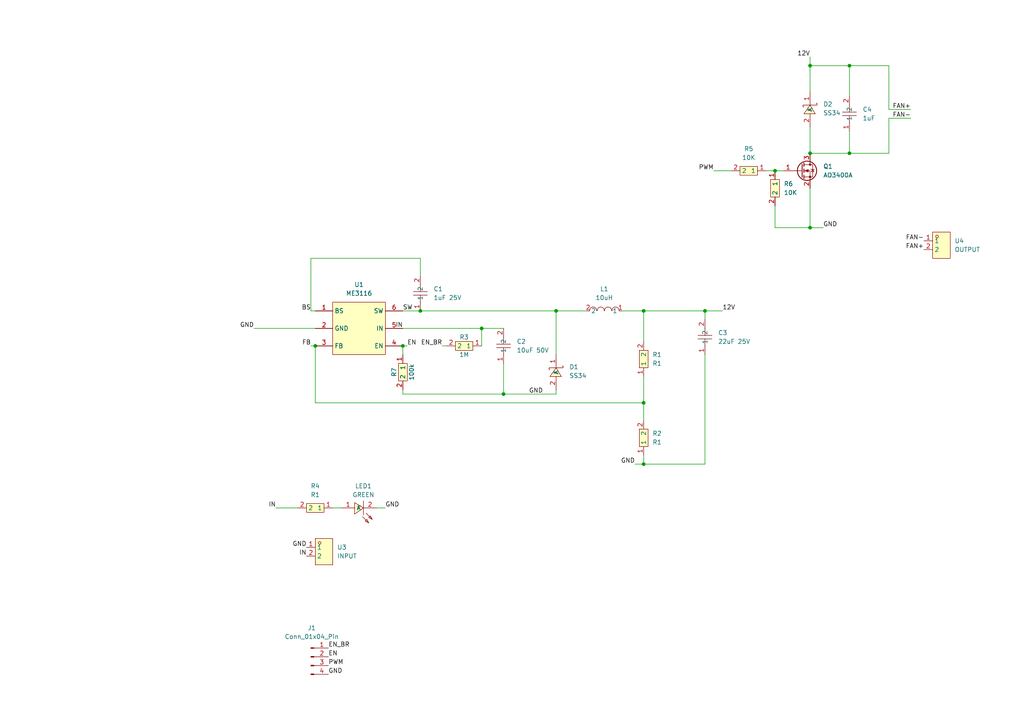
<source format=kicad_sch>
(kicad_sch (version 20250114) (generator "eeschema") (generator_version "9.0")
  (paper "A4")
  (lib_symbols
    (symbol "Connector:Conn_01x04_Pin" (pin_names (offset 1.016) (hide yes))
      (property "Reference" "J" (at 0 5.08 0))
      (property "Value" "Conn_01x04_Pin" (at 0 -7.62 0))
      (symbol "Conn_01x04_Pin_1_1"
        (rectangle (start 0.8636 2.667) (end 0 2.413) (stroke (width 0.1524)) (fill (type outline)))
        (rectangle (start 0.8636 0.127) (end 0 -0.127) (stroke (width 0.1524)) (fill (type outline)))
        (rectangle (start 0.8636 -2.413) (end 0 -2.667) (stroke (width 0.1524)) (fill (type outline)))
        (rectangle (start 0.8636 -4.953) (end 0 -5.207) (stroke (width 0.1524)) (fill (type outline)))
        (polyline (pts (xy 1.27 2.54) (xy 0.8636 2.54)) (stroke (width 0.1524)))
        (polyline (pts (xy 1.27 0) (xy 0.8636 0)) (stroke (width 0.1524)))
        (polyline (pts (xy 1.27 -2.54) (xy 0.8636 -2.54)) (stroke (width 0.1524)))
        (polyline (pts (xy 1.27 -5.08) (xy 0.8636 -5.08)) (stroke (width 0.1524)))
        (pin passive line (at 5.08 2.54 180) (length 3.81) (name "Pin_1") (number "1"))
        (pin passive line (at 5.08 0 180) (length 3.81) (name "Pin_2") (number "2"))
        (pin passive line (at 5.08 -2.54 180) (length 3.81) (name "Pin_3") (number "3"))
        (pin passive line (at 5.08 -5.08 180) (length 3.81) (name "Pin_4") (number "4"))
      )
    )
    (symbol "Transistor_FET:AO3400A" (pin_names (hide yes))
      (property "Reference" "Q" (at 5.08 1.905 0))
      (property "Value" "AO3400A" (at 5.08 0 0))
      (symbol "AO3400A_0_1"
        (polyline (pts (xy 0.254 1.905) (xy 0.254 -1.905)) (stroke (width 0.254)))
        (polyline (pts (xy 0.254 0) (xy -2.54 0)))
        (polyline (pts (xy 0.762 2.286) (xy 0.762 1.27)) (stroke (width 0.254)))
        (polyline (pts (xy 0.762 0.508) (xy 0.762 -0.508)) (stroke (width 0.254)))
        (polyline (pts (xy 0.762 -1.27) (xy 0.762 -2.286)) (stroke (width 0.254)))
        (polyline (pts (xy 0.762 -1.778) (xy 3.302 -1.778) (xy 3.302 1.778) (xy 0.762 1.778)))
        (polyline (pts (xy 1.016 0) (xy 2.032 0.381) (xy 2.032 -0.381) (xy 1.016 0)) (fill (type outline)))
        (circle (center 1.651 0) (radius 2.794) (stroke (width 0.254)))
        (polyline (pts (xy 2.54 2.54) (xy 2.54 1.778)))
        (circle (center 2.54 1.778) (radius 0.254) (fill (type outline)))
        (circle (center 2.54 -1.778) (radius 0.254) (fill (type outline)))
        (polyline (pts (xy 2.54 -2.54) (xy 2.54 0) (xy 0.762 0)))
        (polyline (pts (xy 2.794 0.508) (xy 2.921 0.381) (xy 3.683 0.381) (xy 3.81 0.254)))
        (polyline (pts (xy 3.302 0.381) (xy 2.921 -0.254) (xy 3.683 -0.254) (xy 3.302 0.381)))
      )
      (symbol "AO3400A_1_1"
        (pin input line (at -5.08 0 0) (length 2.54) (name "G") (number "1"))
        (pin passive line (at 2.54 5.08 270) (length 2.54) (name "D") (number "3"))
        (pin passive line (at 2.54 -5.08 90) (length 2.54) (name "S") (number "2"))
      )
    )
    (symbol "easyeda2kicad:0630CDMCDDS-3R3MC"
      (property "Reference" "L" (at 0 5.08 0))
      (property "Value" "0630CDMCDDS-3R3MC" (at 0 -5.08 0))
      (symbol "0630CDMCDDS-3R3MC_0_1"
        (arc (start -2.27 -0.02) (mid -3.28 -1.1255) (end -4.29 -0.02))
        (arc (start -0.11 -0.02) (mid -1.12 -1.1204) (end -2.13 -0.02))
        (arc (start 2.04 -0.02) (mid 1.03 -1.1204) (end 0.02 -0.02))
        (arc (start 4.23 -0.02) (mid 3.22 -1.1204) (end 2.21 -0.02))
        (pin unspecified line (at -5.08 0 0) (length 0.762) (name "1") (number "1"))
        (pin unspecified line (at 5.08 0 180) (length 0.762) (name "2") (number "2"))
      )
    )
    (symbol "easyeda2kicad:CS3225X7R106K500NRL"
      (property "Reference" "C" (at 0 5.08 0))
      (property "Value" "CS3225X7R106K500NRL" (at 0 -5.08 0))
      (symbol "CS3225X7R106K500NRL_0_1"
        (polyline (pts (xy -0.51 0) (xy -2.54 0)))
        (polyline (pts (xy -0.51 -2.03) (xy -0.51 2.03)))
        (polyline (pts (xy 0.51 2.03) (xy 0.51 -2.03)))
        (polyline (pts (xy 2.54 0) (xy 0.51 0)))
        (pin unspecified line (at -5.08 0 0) (length 2.54) (name "1") (number "1"))
        (pin unspecified line (at 5.08 0 180) (length 2.54) (name "2") (number "2"))
      )
    )
    (symbol "easyeda2kicad:KF301-5.0-2P"
      (property "Reference" "U" (at 0 6.35 0))
      (property "Value" "KF301-5.0-2P" (at 0 -6.35 0))
      (symbol "KF301-5.0-2P_0_1"
        (rectangle (start -2.54 3.81) (end 2.54 -3.81) (fill (type background)))
        (circle (center -1.27 2.54) (radius 0.38))
        (pin unspecified line (at -5.08 1.27 0) (length 2.54) (name "1") (number "1"))
        (pin unspecified line (at -5.08 -1.27 0) (length 2.54) (name "2") (number "2"))
      )
    )
    (symbol "easyeda2kicad:ME3116"
      (property "Reference" "U" (at 0 10.16 0))
      (property "Value" "ME3116" (at 0 -10.16 0))
      (symbol "ME3116_0_1"
        (rectangle (start -7.62 7.62) (end 7.62 -7.62) (fill (type background)))
        (pin unspecified line (at -12.7 5.08 0) (length 5.08) (name "BS") (number "1"))
        (pin unspecified line (at -12.7 0 0) (length 5.08) (name "GND") (number "2"))
        (pin unspecified line (at -12.7 -5.08 0) (length 5.08) (name "FB") (number "3"))
        (pin unspecified line (at 12.7 5.08 180) (length 5.08) (name "SW") (number "6"))
        (pin unspecified line (at 12.7 0 180) (length 5.08) (name "IN") (number "5"))
        (pin unspecified line (at 12.7 -5.08 180) (length 5.08) (name "EN") (number "4"))
      )
    )
    (symbol "easyeda2kicad:ORH-YG36A(0.6T)"
      (property "Reference" "LED" (at 0 5.08 0))
      (property "Value" "ORH-YG36A(0.6T)" (at 0 -5.08 0))
      (symbol "ORH-YG36A(0.6T)_0_1"
        (polyline (pts (xy -3.81 3.3) (xy -2.79 2.79) (xy -3.3 2.29) (xy -3.81 3.3)) (fill (type background)))
        (polyline (pts (xy -2.79 4.32) (xy -1.78 3.81) (xy -2.29 3.3) (xy -2.79 4.32)) (fill (type background)))
        (polyline (pts (xy -2.03 1.52) (xy -3.81 3.3)))
        (polyline (pts (xy -1.27 2.03) (xy -1.27 -2.03)))
        (polyline (pts (xy -1.02 2.54) (xy -2.79 4.32)))
        (polyline (pts (xy 1.27 -1.52) (xy -1.27 0) (xy 1.27 1.78) (xy 1.27 -1.52)) (fill (type background)))
        (pin unspecified line (at -5.08 0 0) (length 3.81) (name "K") (number "2"))
        (pin unspecified line (at 5.08 0 180) (length 3.81) (name "A") (number "1"))
      )
    )
    (symbol "easyeda2kicad:SS34_C8678"
      (property "Reference" "D" (at 0 5.08 0))
      (property "Value" "SS34_C8678" (at 0 -5.08 0))
      (symbol "SS34_C8678_0_1"
        (polyline (pts (xy -1.27 0) (xy -1.27 2.03) (xy -1.78 2.03) (xy -1.78 1.78)))
        (polyline (pts (xy -1.27 0) (xy -1.27 -2.03) (xy -0.76 -2.03) (xy -0.76 -1.78)))
        (polyline (pts (xy 1.27 1.52) (xy -1.27 0) (xy 1.27 -1.78) (xy 1.27 1.52)) (fill (type background)))
        (pin unspecified line (at -5.08 0 0) (length 3.81) (name "K") (number "1"))
        (pin unspecified line (at 5.08 0 180) (length 3.81) (name "A") (number "2"))
      )
    )
    (symbol "easyeda2kicad:TCC0603X7R104K500CT"
      (property "Reference" "C" (at 0 10.16 0))
      (property "Value" "TCC0603X7R104K500CT" (at 0 -10.16 0))
      (symbol "TCC0603X7R104K500CT_0_1"
        (polyline (pts (xy -2.03 0.51) (xy 2.03 0.51)))
        (polyline (pts (xy 0 2.54) (xy 0 0.51)))
        (polyline (pts (xy 0 -0.51) (xy 0 -2.54)))
        (polyline (pts (xy 2.03 -0.51) (xy -2.03 -0.51)))
        (pin unspecified line (at 0 5.08 270) (length 2.54) (name "2") (number "2"))
        (pin unspecified line (at 0 -5.08 90) (length 2.54) (name "1") (number "1"))
      )
    )
    (symbol "easyeda2kicad:WR06X102JGL"
      (property "Reference" "R" (at 0 5.08 0))
      (property "Value" "WR06X102JGL" (at 0 -5.08 0))
      (symbol "WR06X102JGL_0_1"
        (rectangle (start -2.54 1.27) (end 2.54 -1.27) (fill (type background)))
        (pin unspecified line (at -5.08 0 0) (length 2.54) (name "1") (number "1"))
        (pin unspecified line (at 5.08 0 180) (length 2.54) (name "2") (number "2"))
      )
    )
  )
  (junction (at 146.05 114.3))
  (junction (at 246.38 19.05))
  (junction (at 116.84 100.33))
  (junction (at 204.47 90.17))
  (junction (at 121.92 90.17))
  (junction (at 234.95 44.45))
  (junction (at 139.7 95.25))
  (junction (at 161.29 90.17))
  (junction (at 246.38 44.45))
  (junction (at 186.69 116.84))
  (junction (at 91.44 100.33))
  (junction (at 224.79 49.53))
  (junction (at 234.95 19.05))
  (junction (at 186.69 134.62))
  (junction (at 234.95 66.04))
  (junction (at 186.69 90.17))
  (wire (pts (xy 186.69 90.17) (xy 186.69 99.06)))
  (wire (pts (xy 204.47 90.17) (xy 209.55 90.17)))
  (wire (pts (xy 234.95 19.05) (xy 234.95 26.67)))
  (wire (pts (xy 234.95 66.04) (xy 234.95 54.61)))
  (wire (pts (xy 121.92 74.93) (xy 121.92 80.01)))
  (wire (pts (xy 121.92 90.17) (xy 161.29 90.17)))
  (wire (pts (xy 116.84 90.17) (xy 121.92 90.17)))
  (wire (pts (xy 186.69 134.62) (xy 186.69 132.08)))
  (wire (pts (xy 224.79 66.04) (xy 224.79 59.69)))
  (wire (pts (xy 161.29 90.17) (xy 170.18 90.17)))
  (wire (pts (xy 224.79 49.53) (xy 227.33 49.53)))
  (wire (pts (xy 118.11 100.33) (xy 116.84 100.33)))
  (wire (pts (xy 90.17 100.33) (xy 91.44 100.33)))
  (wire (pts (xy 184.15 134.62) (xy 186.69 134.62)))
  (wire (pts (xy 234.95 36.83) (xy 234.95 44.45)))
  (wire (pts (xy 257.81 31.75) (xy 264.16 31.75)))
  (wire (pts (xy 207.01 49.53) (xy 212.09 49.53)))
  (wire (pts (xy 186.69 109.22) (xy 186.69 116.84)))
  (wire (pts (xy 246.38 38.1) (xy 246.38 44.45)))
  (wire (pts (xy 90.17 90.17) (xy 90.17 74.93)))
  (wire (pts (xy 99.06 147.32) (xy 96.52 147.32)))
  (wire (pts (xy 116.84 95.25) (xy 139.7 95.25)))
  (wire (pts (xy 257.81 34.29) (xy 257.81 44.45)))
  (wire (pts (xy 91.44 116.84) (xy 186.69 116.84)))
  (wire (pts (xy 180.34 90.17) (xy 186.69 90.17)))
  (wire (pts (xy 90.17 74.93) (xy 121.92 74.93)))
  (wire (pts (xy 91.44 100.33) (xy 91.44 116.84)))
  (wire (pts (xy 257.81 31.75) (xy 257.81 19.05)))
  (wire (pts (xy 234.95 19.05) (xy 246.38 19.05)))
  (wire (pts (xy 111.76 147.32) (xy 109.22 147.32)))
  (wire (pts (xy 128.27 100.33) (xy 129.54 100.33)))
  (wire (pts (xy 116.84 100.33) (xy 116.84 102.87)))
  (wire (pts (xy 246.38 44.45) (xy 257.81 44.45)))
  (wire (pts (xy 90.17 90.17) (xy 91.44 90.17)))
  (wire (pts (xy 186.69 90.17) (xy 204.47 90.17)))
  (wire (pts (xy 116.84 114.3) (xy 116.84 113.03)))
  (wire (pts (xy 139.7 95.25) (xy 146.05 95.25)))
  (wire (pts (xy 204.47 92.71) (xy 204.47 90.17)))
  (wire (pts (xy 238.76 66.04) (xy 234.95 66.04)))
  (wire (pts (xy 257.81 34.29) (xy 264.16 34.29)))
  (wire (pts (xy 146.05 114.3) (xy 116.84 114.3)))
  (wire (pts (xy 204.47 134.62) (xy 186.69 134.62)))
  (wire (pts (xy 146.05 105.41) (xy 146.05 114.3)))
  (wire (pts (xy 204.47 102.87) (xy 204.47 134.62)))
  (wire (pts (xy 146.05 114.3) (xy 161.29 114.3)))
  (wire (pts (xy 73.66 95.25) (xy 91.44 95.25)))
  (wire (pts (xy 234.95 16.51) (xy 234.95 19.05)))
  (wire (pts (xy 186.69 116.84) (xy 186.69 121.92)))
  (wire (pts (xy 234.95 44.45) (xy 246.38 44.45)))
  (wire (pts (xy 80.01 147.32) (xy 86.36 147.32)))
  (wire (pts (xy 246.38 19.05) (xy 257.81 19.05)))
  (wire (pts (xy 161.29 114.3) (xy 161.29 113.03)))
  (wire (pts (xy 246.38 19.05) (xy 246.38 27.94)))
  (wire (pts (xy 222.25 49.53) (xy 224.79 49.53)))
  (wire (pts (xy 234.95 66.04) (xy 224.79 66.04)))
  (wire (pts (xy 161.29 90.17) (xy 161.29 102.87)))
  (wire (pts (xy 139.7 95.25) (xy 139.7 100.33)))
  (label "EN_BR" (at 128.27 100.33 180))
  (label "EN" (at 118.11 100.33 0))
  (label "SW" (at 116.84 90.17 0))
  (label "GND" (at 95.25 195.58 0))
  (label "GND" (at 238.76 66.04 0))
  (label "12V" (at 234.95 16.51 180))
  (label "GND" (at 157.48 114.3 180))
  (label "FAN-" (at 264.16 34.29 180))
  (label "GND" (at 184.15 134.62 180))
  (label "GND" (at 73.66 95.25 180))
  (label "FB" (at 90.17 100.33 180))
  (label "IN" (at 80.01 147.32 180))
  (label "GND" (at 111.76 147.32 0))
  (label "12V" (at 209.55 90.17 0))
  (label "IN" (at 116.84 95.25 180))
  (label "FAN-" (at 267.97 69.85 180))
  (label "BS" (at 90.17 90.17 180))
  (label "GND" (at 88.9 158.75 180))
  (label "PWM" (at 95.25 193.04 0))
  (label "EN" (at 95.25 190.5 0))
  (label "PWM" (at 207.01 49.53 180))
  (label "EN_BR" (at 95.25 187.96 0))
  (label "FAN+" (at 267.97 72.39 180))
  (label "FAN+" (at 264.16 31.75 180))
  (label "IN" (at 88.9 161.29 180))
  (symbol (lib_id "easyeda2kicad:WR06X102JGL") (at 91.44 147.32 180) (unit 1)
    (property "Reference" "R4" (at 91.44 140.97 0))
    (property "Value" "R1" (at 91.44 143.51 0))
    (property "Footprint" "easyeda2kicad:R0603" (effects (hide yes)))
    (property "LCSC Part" "C2918515" (effects (hide yes)))
  )
  (symbol (lib_id "easyeda2kicad:TCC0603X7R104K500CT") (at 121.92 85.09 0) (unit 1)
    (property "Reference" "C1" (at 125.73 83.8199 0) (effects (justify left)))
    (property "Value" "1uF 25V" (at 125.73 86.3599 0) (effects (justify left)))
    (property "Footprint" "easyeda2kicad:C0603" (effects (hide yes)))
    (property "Datasheet" "https://lcsc.com/product-detail/Multilayer-Ceramic-Capacitors-MLCC-SMD-SMT_CCTC-TCC0603X7R104K500CT_C282519.html" (effects (hide yes)))
    (property "LCSC Part" "C282519" (effects (hide yes)))
  )
  (symbol (lib_id "easyeda2kicad:WR06X102JGL") (at 217.17 49.53 180) (unit 1)
    (property "Reference" "R5" (at 217.17 43.18 0))
    (property "Value" "10K" (at 217.17 45.72 0))
    (property "Footprint" "easyeda2kicad:R0603" (effects (hide yes)))
    (property "LCSC Part" "C2918515" (effects (hide yes)))
  )
  (symbol (lib_id "easyeda2kicad:WR06X102JGL") (at 116.84 107.95 270) (unit 1)
    (property "Reference" "R7" (at 114.3 107.95 0))
    (property "Value" "100k" (at 119.38 107.95 0))
    (property "Footprint" "easyeda2kicad:R0603" (effects (hide yes)))
    (property "LCSC Part" "C2918515" (effects (hide yes)))
  )
  (symbol (lib_id "easyeda2kicad:ORH-YG36A(0.6T)") (at 104.14 147.32 180) (unit 1)
    (property "Reference" "LED1" (at 105.41 140.97 0))
    (property "Value" "GREEN" (at 105.41 143.51 0))
    (property "Footprint" "easyeda2kicad:LED0603-R-RD" (effects (hide yes)))
    (property "Datasheet" "https://lcsc.com/product-detail/Light-Emitting-Diodes-LED_0603-yellow-green_C205450.html" (effects (hide yes)))
    (property "LCSC Part" "C205450" (effects (hide yes)))
  )
  (symbol (lib_id "easyeda2kicad:SS34_C8678") (at 161.29 107.95 270) (unit 1)
    (property "Reference" "D1" (at 165.1 106.4249 90) (effects (justify left)))
    (property "Value" "SS34" (at 165.1 108.9649 90) (effects (justify left)))
    (property "Footprint" "easyeda2kicad:SMA_L4.3-W2.6-LS5.2-RD" (effects (hide yes)))
    (property "Datasheet" "https://lcsc.com/product-detail/Schottky-Barrier-Diodes-SBD_SS34_C8678.html" (effects (hide yes)))
    (property "LCSC Part" "C8678" (effects (hide yes)))
  )
  (symbol (lib_id "easyeda2kicad:CS3225X7R106K500NRL") (at 146.05 100.33 90) (unit 1)
    (property "Reference" "C2" (at 149.86 99.0599 90) (effects (justify right)))
    (property "Value" "10uF 50V" (at 149.86 101.5999 90) (effects (justify right)))
    (property "Footprint" "easyeda2kicad:C1210" (effects (hide yes)))
    (property "LCSC Part" "C2918502" (effects (hide yes)))
  )
  (symbol (lib_id "easyeda2kicad:SS34_C8678") (at 234.95 31.75 270) (unit 1)
    (property "Reference" "D2" (at 238.76 30.2249 90) (effects (justify left)))
    (property "Value" "SS34" (at 238.76 32.7649 90) (effects (justify left)))
    (property "Footprint" "easyeda2kicad:SMA_L4.3-W2.6-LS5.2-RD" (effects (hide yes)))
    (property "Datasheet" "https://lcsc.com/product-detail/Schottky-Barrier-Diodes-SBD_SS34_C8678.html" (effects (hide yes)))
    (property "LCSC Part" "C8678" (effects (hide yes)))
  )
  (symbol (lib_id "easyeda2kicad:TCC0603X7R104K500CT") (at 246.38 33.02 0) (unit 1)
    (property "Reference" "C4" (at 250.19 31.7499 0) (effects (justify left)))
    (property "Value" "1uF" (at 250.19 34.2899 0) (effects (justify left)))
    (property "Footprint" "easyeda2kicad:C0603" (effects (hide yes)))
    (property "Datasheet" "https://lcsc.com/product-detail/Multilayer-Ceramic-Capacitors-MLCC-SMD-SMT_CCTC-TCC0603X7R104K500CT_C282519.html" (effects (hide yes)))
    (property "LCSC Part" "C282519" (effects (hide yes)))
  )
  (symbol (lib_id "easyeda2kicad:CS3225X7R106K500NRL") (at 204.47 97.79 90) (unit 1)
    (property "Reference" "C3" (at 208.28 96.5199 90) (effects (justify right)))
    (property "Value" "22uF 25V" (at 208.28 99.0599 90) (effects (justify right)))
    (property "Footprint" "easyeda2kicad:C1210" (effects (hide yes)))
    (property "LCSC Part" "C2918502" (effects (hide yes)))
  )
  (symbol (lib_id "Transistor_FET:AO3400A") (at 232.41 49.53 0) (unit 1)
    (property "Reference" "Q1" (at 238.76 48.2599 0) (effects (justify left)))
    (property "Value" "AO3400A" (at 238.76 50.7999 0) (effects (justify left)))
    (property "Footprint" "Package_TO_SOT_SMD:SOT-23" (effects (hide yes)))
    (property "Datasheet" "http://www.aosmd.com/pdfs/datasheet/AO3400A.pdf" (effects (hide yes)))
    (property "Description" "30V Vds, 5.7A Id, N-Channel MOSFET, SOT-23" (effects (hide yes)))
  )
  (symbol (lib_id "Connector:Conn_01x04_Pin") (at 90.17 190.5 0) (unit 1)
    (property "Reference" "J1" (at 90.424 182.118 0))
    (property "Value" "Conn_01x04_Pin" (at 90.424 184.658 0))
    (property "Footprint" "Connector_PinSocket_2.54mm:PinSocket_1x04_P2.54mm_Vertical" (effects (hide yes)))
    (property "Description" "Generic connector, single row, 01x04, script generated" (effects (hide yes)))
  )
  (symbol (lib_id "easyeda2kicad:0630CDMCDDS-3R3MC") (at 175.26 90.17 180) (unit 1)
    (property "Reference" "L1" (at 175.26 83.82 0))
    (property "Value" "10uH" (at 175.26 86.36 0))
    (property "Footprint" "easyeda2kicad:IND-SMD_L7.0-W6.6_0630CDMCCDS" (effects (hide yes)))
    (property "LCSC Part" "C2961890" (effects (hide yes)))
  )
  (symbol (lib_id "easyeda2kicad:WR06X102JGL") (at 224.79 54.61 270) (unit 1)
    (property "Reference" "R6" (at 227.33 53.3399 90) (effects (justify left)))
    (property "Value" "10K" (at 227.33 55.8799 90) (effects (justify left)))
    (property "Footprint" "easyeda2kicad:R0603" (effects (hide yes)))
    (property "LCSC Part" "C2918515" (effects (hide yes)))
  )
  (symbol (lib_id "easyeda2kicad:KF301-5.0-2P") (at 93.98 160.02 0) (unit 1)
    (property "Reference" "U3" (at 97.79 158.7499 0) (effects (justify left)))
    (property "Value" "INPUT" (at 97.79 161.2899 0) (effects (justify left)))
    (property "Footprint" "easyeda2kicad:CONN-TH_P5.00_KF301-5.0-2P" (effects (hide yes)))
    (property "Datasheet" "https://lcsc.com/product-detail/New-Quadratic-Unclassified-Data_Cixi-Kefa-Elec-KF301-5-0-2P_C474881.html" (effects (hide yes)))
    (property "LCSC Part" "C474881" (effects (hide yes)))
  )
  (symbol (lib_id "easyeda2kicad:WR06X102JGL") (at 186.69 127 90) (unit 1)
    (property "Reference" "R2" (at 189.23 125.7299 90) (effects (justify right)))
    (property "Value" "R1" (at 189.23 128.2699 90) (effects (justify right)))
    (property "Footprint" "easyeda2kicad:R0603" (effects (hide yes)))
    (property "LCSC Part" "C2918515" (effects (hide yes)))
  )
  (symbol (lib_id "easyeda2kicad:WR06X102JGL") (at 134.62 100.33 180) (unit 1)
    (property "Reference" "R3" (at 134.62 97.79 0))
    (property "Value" "1M" (at 134.62 102.87 0))
    (property "Footprint" "easyeda2kicad:R0603" (effects (hide yes)))
    (property "LCSC Part" "C2918515" (effects (hide yes)))
  )
  (symbol (lib_id "easyeda2kicad:KF301-5.0-2P") (at 273.05 71.12 0) (unit 1)
    (property "Reference" "U4" (at 276.86 69.8499 0) (effects (justify left)))
    (property "Value" "OUTPUT" (at 276.86 72.3899 0) (effects (justify left)))
    (property "Footprint" "easyeda2kicad:CONN-TH_P5.00_KF301-5.0-2P" (effects (hide yes)))
    (property "Datasheet" "https://lcsc.com/product-detail/New-Quadratic-Unclassified-Data_Cixi-Kefa-Elec-KF301-5-0-2P_C474881.html" (effects (hide yes)))
    (property "LCSC Part" "C474881" (effects (hide yes)))
  )
  (symbol (lib_id "easyeda2kicad:ME3116") (at 104.14 95.25 0) (unit 1)
    (property "Reference" "U1" (at 104.14 82.55 0))
    (property "Value" "ME3116" (at 104.14 85.09 0))
    (property "Footprint" "easyeda2kicad:SOT-23-6_L2.9-W1.6-P0.95-LS2.8-BL" (effects (hide yes)))
    (property "Datasheet" "https://lcsc.com/product-detail/DC-DC-Converters_ME3116_C97643.html" (effects (hide yes)))
    (property "LCSC Part" "C97643" (effects (hide yes)))
  )
  (symbol (lib_id "easyeda2kicad:WR06X102JGL") (at 186.69 104.14 90) (unit 1)
    (property "Reference" "R1" (at 189.23 102.8699 90) (effects (justify right)))
    (property "Value" "R1" (at 189.23 105.4099 90) (effects (justify right)))
    (property "Footprint" "easyeda2kicad:R0603" (effects (hide yes)))
    (property "LCSC Part" "C2918515" (effects (hide yes)))
  )
)
</source>
